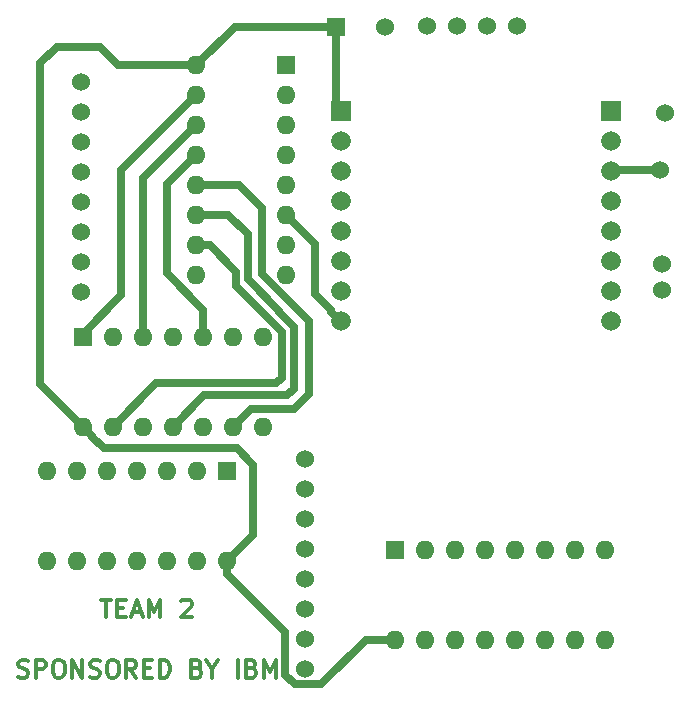
<source format=gbl>
G04 #@! TF.GenerationSoftware,KiCad,Pcbnew,(5.1.4)-1*
G04 #@! TF.CreationDate,2020-02-18T04:52:29-05:00*
G04 #@! TF.ProjectId,PCB Design,50434220-4465-4736-9967-6e2e6b696361,rev?*
G04 #@! TF.SameCoordinates,Original*
G04 #@! TF.FileFunction,Copper,L1,Top*
G04 #@! TF.FilePolarity,Positive*
%FSLAX46Y46*%
G04 Gerber Fmt 4.6, Leading zero omitted, Abs format (unit mm)*
G04 Created by KiCad (PCBNEW (5.1.4)-1) date 2020-02-18 04:52:29*
%MOMM*%
%LPD*%
G04 APERTURE LIST*
%ADD10C,0.300000*%
%ADD11C,1.665000*%
%ADD12R,1.665000X1.665000*%
%ADD13C,1.524000*%
%ADD14R,1.524000X1.524000*%
%ADD15O,1.600000X1.600000*%
%ADD16R,1.600000X1.600000*%
%ADD17C,0.635000*%
G04 APERTURE END LIST*
D10*
X134537142Y-136582571D02*
X135394285Y-136582571D01*
X134965714Y-138082571D02*
X134965714Y-136582571D01*
X135894285Y-137296857D02*
X136394285Y-137296857D01*
X136608571Y-138082571D02*
X135894285Y-138082571D01*
X135894285Y-136582571D01*
X136608571Y-136582571D01*
X137180000Y-137654000D02*
X137894285Y-137654000D01*
X137037142Y-138082571D02*
X137537142Y-136582571D01*
X138037142Y-138082571D01*
X138537142Y-138082571D02*
X138537142Y-136582571D01*
X139037142Y-137654000D01*
X139537142Y-136582571D01*
X139537142Y-138082571D01*
X141322857Y-136725428D02*
X141394285Y-136654000D01*
X141537142Y-136582571D01*
X141894285Y-136582571D01*
X142037142Y-136654000D01*
X142108571Y-136725428D01*
X142180000Y-136868285D01*
X142180000Y-137011142D01*
X142108571Y-137225428D01*
X141251428Y-138082571D01*
X142180000Y-138082571D01*
X127501428Y-143111142D02*
X127715714Y-143182571D01*
X128072857Y-143182571D01*
X128215714Y-143111142D01*
X128287142Y-143039714D01*
X128358571Y-142896857D01*
X128358571Y-142754000D01*
X128287142Y-142611142D01*
X128215714Y-142539714D01*
X128072857Y-142468285D01*
X127787142Y-142396857D01*
X127644285Y-142325428D01*
X127572857Y-142254000D01*
X127501428Y-142111142D01*
X127501428Y-141968285D01*
X127572857Y-141825428D01*
X127644285Y-141754000D01*
X127787142Y-141682571D01*
X128144285Y-141682571D01*
X128358571Y-141754000D01*
X129001428Y-143182571D02*
X129001428Y-141682571D01*
X129572857Y-141682571D01*
X129715714Y-141754000D01*
X129787142Y-141825428D01*
X129858571Y-141968285D01*
X129858571Y-142182571D01*
X129787142Y-142325428D01*
X129715714Y-142396857D01*
X129572857Y-142468285D01*
X129001428Y-142468285D01*
X130787142Y-141682571D02*
X131072857Y-141682571D01*
X131215714Y-141754000D01*
X131358571Y-141896857D01*
X131430000Y-142182571D01*
X131430000Y-142682571D01*
X131358571Y-142968285D01*
X131215714Y-143111142D01*
X131072857Y-143182571D01*
X130787142Y-143182571D01*
X130644285Y-143111142D01*
X130501428Y-142968285D01*
X130430000Y-142682571D01*
X130430000Y-142182571D01*
X130501428Y-141896857D01*
X130644285Y-141754000D01*
X130787142Y-141682571D01*
X132072857Y-143182571D02*
X132072857Y-141682571D01*
X132930000Y-143182571D01*
X132930000Y-141682571D01*
X133572857Y-143111142D02*
X133787142Y-143182571D01*
X134144285Y-143182571D01*
X134287142Y-143111142D01*
X134358571Y-143039714D01*
X134430000Y-142896857D01*
X134430000Y-142754000D01*
X134358571Y-142611142D01*
X134287142Y-142539714D01*
X134144285Y-142468285D01*
X133858571Y-142396857D01*
X133715714Y-142325428D01*
X133644285Y-142254000D01*
X133572857Y-142111142D01*
X133572857Y-141968285D01*
X133644285Y-141825428D01*
X133715714Y-141754000D01*
X133858571Y-141682571D01*
X134215714Y-141682571D01*
X134430000Y-141754000D01*
X135358571Y-141682571D02*
X135644285Y-141682571D01*
X135787142Y-141754000D01*
X135930000Y-141896857D01*
X136001428Y-142182571D01*
X136001428Y-142682571D01*
X135930000Y-142968285D01*
X135787142Y-143111142D01*
X135644285Y-143182571D01*
X135358571Y-143182571D01*
X135215714Y-143111142D01*
X135072857Y-142968285D01*
X135001428Y-142682571D01*
X135001428Y-142182571D01*
X135072857Y-141896857D01*
X135215714Y-141754000D01*
X135358571Y-141682571D01*
X137501428Y-143182571D02*
X137001428Y-142468285D01*
X136644285Y-143182571D02*
X136644285Y-141682571D01*
X137215714Y-141682571D01*
X137358571Y-141754000D01*
X137430000Y-141825428D01*
X137501428Y-141968285D01*
X137501428Y-142182571D01*
X137430000Y-142325428D01*
X137358571Y-142396857D01*
X137215714Y-142468285D01*
X136644285Y-142468285D01*
X138144285Y-142396857D02*
X138644285Y-142396857D01*
X138858571Y-143182571D02*
X138144285Y-143182571D01*
X138144285Y-141682571D01*
X138858571Y-141682571D01*
X139501428Y-143182571D02*
X139501428Y-141682571D01*
X139858571Y-141682571D01*
X140072857Y-141754000D01*
X140215714Y-141896857D01*
X140287142Y-142039714D01*
X140358571Y-142325428D01*
X140358571Y-142539714D01*
X140287142Y-142825428D01*
X140215714Y-142968285D01*
X140072857Y-143111142D01*
X139858571Y-143182571D01*
X139501428Y-143182571D01*
X142644285Y-142396857D02*
X142858571Y-142468285D01*
X142930000Y-142539714D01*
X143001428Y-142682571D01*
X143001428Y-142896857D01*
X142930000Y-143039714D01*
X142858571Y-143111142D01*
X142715714Y-143182571D01*
X142144285Y-143182571D01*
X142144285Y-141682571D01*
X142644285Y-141682571D01*
X142787142Y-141754000D01*
X142858571Y-141825428D01*
X142930000Y-141968285D01*
X142930000Y-142111142D01*
X142858571Y-142254000D01*
X142787142Y-142325428D01*
X142644285Y-142396857D01*
X142144285Y-142396857D01*
X143930000Y-142468285D02*
X143930000Y-143182571D01*
X143430000Y-141682571D02*
X143930000Y-142468285D01*
X144430000Y-141682571D01*
X146072857Y-143182571D02*
X146072857Y-141682571D01*
X147287142Y-142396857D02*
X147501428Y-142468285D01*
X147572857Y-142539714D01*
X147644285Y-142682571D01*
X147644285Y-142896857D01*
X147572857Y-143039714D01*
X147501428Y-143111142D01*
X147358571Y-143182571D01*
X146787142Y-143182571D01*
X146787142Y-141682571D01*
X147287142Y-141682571D01*
X147430000Y-141754000D01*
X147501428Y-141825428D01*
X147572857Y-141968285D01*
X147572857Y-142111142D01*
X147501428Y-142254000D01*
X147430000Y-142325428D01*
X147287142Y-142396857D01*
X146787142Y-142396857D01*
X148287142Y-143182571D02*
X148287142Y-141682571D01*
X148787142Y-142754000D01*
X149287142Y-141682571D01*
X149287142Y-143182571D01*
D11*
X154813000Y-113030000D03*
X154813000Y-110490000D03*
X154813000Y-107950000D03*
X154813000Y-105410000D03*
X154813000Y-102870000D03*
X154813000Y-100330000D03*
X154813000Y-97790000D03*
D12*
X154813000Y-95250000D03*
X177673000Y-95250000D03*
D11*
X177673000Y-97790000D03*
X177673000Y-100330000D03*
X177673000Y-102870000D03*
X177673000Y-105410000D03*
X177673000Y-107950000D03*
X177673000Y-110490000D03*
X177673000Y-113030000D03*
D13*
X158597600Y-88071960D03*
D14*
X154417600Y-88071960D03*
D15*
X159372300Y-140022580D03*
X177152300Y-132402580D03*
X161912300Y-140022580D03*
X174612300Y-132402580D03*
X164452300Y-140022580D03*
X172072300Y-132402580D03*
X166992300Y-140022580D03*
X169532300Y-132402580D03*
X169532300Y-140022580D03*
X166992300Y-132402580D03*
X172072300Y-140022580D03*
X164452300Y-132402580D03*
X174612300Y-140022580D03*
X161912300Y-132402580D03*
X177152300Y-140022580D03*
D16*
X159372300Y-132402580D03*
D15*
X142575280Y-91315540D03*
X150195280Y-109095540D03*
X142575280Y-93855540D03*
X150195280Y-106555540D03*
X142575280Y-96395540D03*
X150195280Y-104015540D03*
X142575280Y-98935540D03*
X150195280Y-101475540D03*
X142575280Y-101475540D03*
X150195280Y-98935540D03*
X142575280Y-104015540D03*
X150195280Y-96395540D03*
X142575280Y-106555540D03*
X150195280Y-93855540D03*
X142575280Y-109095540D03*
D16*
X150195280Y-91315540D03*
D15*
X132976620Y-121942860D03*
X148216620Y-114322860D03*
X135516620Y-121942860D03*
X145676620Y-114322860D03*
X138056620Y-121942860D03*
X143136620Y-114322860D03*
X140596620Y-121942860D03*
X140596620Y-114322860D03*
X143136620Y-121942860D03*
X138056620Y-114322860D03*
X145676620Y-121942860D03*
X135516620Y-114322860D03*
X148216620Y-121942860D03*
D16*
X132976620Y-114322860D03*
D15*
X145181320Y-133319520D03*
X129941320Y-125699520D03*
X142641320Y-133319520D03*
X132481320Y-125699520D03*
X140101320Y-133319520D03*
X135021320Y-125699520D03*
X137561320Y-133319520D03*
X137561320Y-125699520D03*
X135021320Y-133319520D03*
X140101320Y-125699520D03*
X132481320Y-133319520D03*
X142641320Y-125699520D03*
X129941320Y-133319520D03*
D16*
X145181320Y-125699520D03*
D13*
X181991000Y-110363000D03*
X181991000Y-108204000D03*
X162123120Y-88023700D03*
X164663120Y-88023700D03*
X167203120Y-88023700D03*
X169743120Y-88023700D03*
X151770080Y-124655580D03*
X151770080Y-127195580D03*
X151770080Y-129735580D03*
X151770080Y-142435580D03*
X151770080Y-139895580D03*
X151770080Y-137355580D03*
X151770080Y-132275580D03*
X151770080Y-134815580D03*
X181864000Y-100203000D03*
X182245000Y-95377000D03*
X132798820Y-110576360D03*
X132798820Y-108036360D03*
X132798820Y-105496360D03*
X132798820Y-92796360D03*
X132798820Y-95336360D03*
X132798820Y-97876360D03*
X132798820Y-102956360D03*
X132798820Y-100416360D03*
D17*
X177800000Y-100203000D02*
X177673000Y-100330000D01*
X181864000Y-100203000D02*
X177800000Y-100203000D01*
X154417600Y-94854600D02*
X154813000Y-95250000D01*
X154417600Y-88071960D02*
X154417600Y-94854600D01*
X145818860Y-88071960D02*
X142575280Y-91315540D01*
X154417600Y-88071960D02*
X145818860Y-88071960D01*
X133776619Y-122742859D02*
X133776619Y-122775879D01*
X132976620Y-121942860D02*
X133776619Y-122742859D01*
X133776619Y-122775879D02*
X134726680Y-123725940D01*
X134726680Y-123725940D02*
X145986500Y-123725940D01*
X145986500Y-123725940D02*
X147413980Y-125153420D01*
X147413980Y-131086860D02*
X145181320Y-133319520D01*
X147413980Y-125153420D02*
X147413980Y-131086860D01*
X142575280Y-91315540D02*
X135953500Y-91315540D01*
X135953500Y-91315540D02*
X134393940Y-89755980D01*
X134393940Y-89755980D02*
X130766820Y-89755980D01*
X130766820Y-89755980D02*
X129385060Y-91137740D01*
X129385060Y-118351300D02*
X132976620Y-121942860D01*
X129385060Y-91137740D02*
X129385060Y-118351300D01*
X145181320Y-134450890D02*
X150091140Y-139360710D01*
X145181320Y-133319520D02*
X145181320Y-134450890D01*
X150091140Y-139360710D02*
X150091140Y-142928340D01*
X150931881Y-143769081D02*
X153172159Y-143769081D01*
X150091140Y-142928340D02*
X150931881Y-143769081D01*
X156918660Y-140022580D02*
X159372300Y-140022580D01*
X153172159Y-143769081D02*
X156918660Y-140022580D01*
X153980501Y-112197501D02*
X153980501Y-112070501D01*
X154813000Y-113030000D02*
X153980501Y-112197501D01*
X153980501Y-112070501D02*
X152654000Y-110744000D01*
X152654000Y-106474260D02*
X150195280Y-104015540D01*
X152654000Y-110744000D02*
X152654000Y-106474260D01*
X132976620Y-114322860D02*
X132976620Y-114071400D01*
X132976620Y-114071400D02*
X136227820Y-110820200D01*
X136227820Y-100203000D02*
X142575280Y-93855540D01*
X136227820Y-110820200D02*
X136227820Y-100203000D01*
X138056620Y-100914200D02*
X142575280Y-96395540D01*
X138056620Y-114322860D02*
X138056620Y-100914200D01*
X143136620Y-114322860D02*
X143136620Y-112029240D01*
X143136620Y-112029240D02*
X140078460Y-108971080D01*
X140078460Y-101432360D02*
X142575280Y-98935540D01*
X140078460Y-108971080D02*
X140078460Y-101432360D01*
X142575280Y-101475540D02*
X146189700Y-101475540D01*
X146189700Y-101475540D02*
X148102320Y-103388160D01*
X148102320Y-109032402D02*
X152095200Y-113025282D01*
X148102320Y-103388160D02*
X148102320Y-109032402D01*
X152095200Y-113025282D02*
X152095200Y-119181880D01*
X152095200Y-119181880D02*
X150848060Y-120429020D01*
X147190460Y-120429020D02*
X145676620Y-121942860D01*
X150848060Y-120429020D02*
X147190460Y-120429020D01*
X143238220Y-119301260D02*
X140596620Y-121942860D01*
X150271480Y-119301260D02*
X143238220Y-119301260D01*
X150855680Y-118717060D02*
X150271480Y-119301260D01*
X150855680Y-113469420D02*
X150855680Y-118717060D01*
X145290540Y-104015540D02*
X146916140Y-105641140D01*
X142575280Y-104015540D02*
X145290540Y-104015540D01*
X146916140Y-105641140D02*
X146916140Y-109440980D01*
X146916140Y-109440980D02*
X149588121Y-112112961D01*
X149588121Y-112112961D02*
X149588121Y-112201861D01*
X149588121Y-112201861D02*
X150855680Y-113469420D01*
X143706650Y-106555540D02*
X145982490Y-108831380D01*
X142575280Y-106555540D02*
X143706650Y-106555540D01*
X145982490Y-110058908D02*
X149837140Y-113913558D01*
X145982490Y-108831380D02*
X145982490Y-110058908D01*
X149837140Y-113913558D02*
X149837140Y-117784880D01*
X149837140Y-117784880D02*
X149362160Y-118259860D01*
X139199620Y-118259860D02*
X135516620Y-121942860D01*
X149362160Y-118259860D02*
X139199620Y-118259860D01*
M02*

</source>
